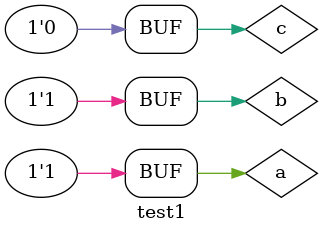
<source format=v>
`timescale 1ns / 1ps


module test1;

	// Inputs
	reg a;
	reg b;
	reg c;

	// Outputs
	wire y;

	// Instantiate the Unit Under Test (UUT)
	modulo2 uut (
		.a(a), 
		.b(b), 
		.c(c), 
		.y(y)
	);

	initial begin
		// Initialize Inputs
		a = 1;
		b = 1;
		c = 0;

		// Wait 100 ns for global reset to finish
		#100;
        
		// Add stimulus here

	end
      
endmodule


</source>
